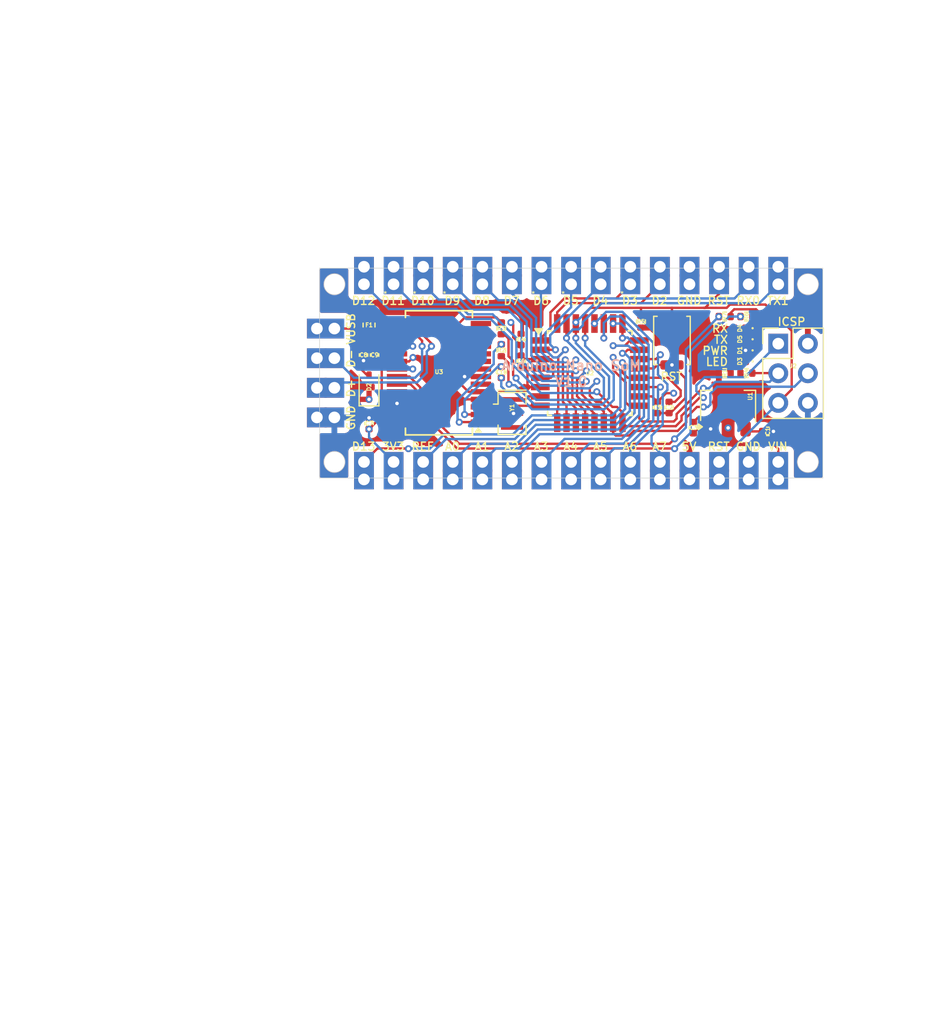
<source format=kicad_pcb>
(kicad_pcb (version 20240108) (generator "pcbnew") (generator_version "8.0")
  (layers (0 "F.Cu" signal) (1 "In1.Cu" signal) (2 "In2.Cu" signal) (31 "B.Cu" signal) (34 "B.Paste" user) (35 "F.Paste" user) (36 "B.SilkS" user "B.Silkscreen") (37 "F.SilkS" user "F.Silkscreen") (38 "B.Mask" user) (39 "F.Mask" user) (44 "Edge.Cuts" user))
  (net 0 "")
  (net 1 "/AREF")
  (net 2 "GND")
  (net 3 "+3.3V")
  (net 4 "VCC")
  (net 5 "Net-(U3-DTR)")
  (net 6 "/RESET")
  (net 7 "VBUS")
  (net 8 "/D11{slash}MOSI")
  (net 9 "/D13{slash}SCK")
  (net 10 "/D12{slash}MISO")
  (net 11 "/D+")
  (net 12 "/D-")
  (net 13 "/D8")
  (net 14 "/D0{slash}RX")
  (net 15 "/D2")
  (net 16 "/D1{slash}TX")
  (net 17 "/D9")
  (net 18 "/D3")
  (net 19 "/D7")
  (net 20 "/D4")
  (net 21 "/D5")
  (net 22 "/D10")
  (net 23 "/D6")
  (net 24 "+5V")
  (net 25 "/A6")
  (net 26 "/A0")
  (net 27 "/A1")
  (net 28 "/A2")
  (net 29 "/A5")
  (net 30 "/A3")
  (net 31 "/A7")
  (net 32 "/A4")
  (net 33 "/RX")
  (net 34 "/TX")
  (net 35 "Net-(U2-XTAL1{slash}PB6)")
  (net 36 "Net-(U2-XTAL2{slash}PB7)")
  (net 48 "Net-(D1-A)")
  (net 49 "Net-(D3-A)")
  (net 50 "Net-(D4-K)")
  (net 51 "Net-(D5-K)")
  (net 52 "Net-(J1-Pin_4)")
  (net 53 "Net-(U3-CBUS0)")
  (net 54 "Net-(U3-CBUS1)")
  (footprint "Connector_PinHeader_2.54mm_Castellated:PinHeader_1x15_P2.54mm_Castellated" (layer "F.Cu") (at 164.375 116.62 -90)
    (property "Reference" "J4" (hide yes))
    (property "Value" "Conn_01x15")
  )
  (footprint "Capacitor_SMD:C_0402_1005Metric" (layer "F.Cu") (at 129.25 113.321875 -90)
    (property "Reference" "C7")
    (property "Value" "100nF")
  )
  (footprint "Resistor_SMD:R_0402_1005Metric" (layer "F.Cu") (at 159.78 104.15)
    (property "Reference" "R7")
    (property "Value" "1K")
  )
  (footprint "NanoV33:FRAME" (layer "F.Cu") (at 125.025178 117.776125)
    (property "Reference" "FRAME1" (hide yes))
    (property "Value" "DNP" (hide yes))
  )
  (footprint "Button_Switch_SMD:SW_Push_SPST_NO_Alps_SKRK" (layer "F.Cu") (at 155.25 106.2 90)
    (property "Reference" "SW1" (hide yes))
    (property "Value" "RESET")
  )
  (footprint "Connector_PinHeader_2.54mm:PinHeader_2x03_P2.54mm_Vertical" (layer "F.Cu") (at 164.375 106.475)
    (property "Reference" "J2")
    (property "Value" "Conn_02x03_Odd_Even")
  )
  (footprint "Crystal:Resonator_SMD_Murata_CSTxExxV-3Pin_3.0x1.1mm" (layer "F.Cu") (at 141.524999 112.46 -90)
    (property "Reference" "Y1")
    (property "Value" "16MHz")
  )
  (footprint "Resistor_SMD:R_0402_1005Metric" (layer "F.Cu") (at 161.64 109 180)
    (property "Reference" "R4")
    (property "Value" "1K")
  )
  (footprint "Resistor_SMD:R_0402_1005Metric" (layer "F.Cu") (at 159.78 109 180)
    (property "Reference" "R1")
    (property "Value" "1K")
  )
  (footprint "Capacitor_SMD:C_0402_1005Metric" (layer "F.Cu") (at 129.725 107.45 -90)
    (property "Reference" "C9")
    (property "Value" "100nF")
  )
  (footprint "Capacitor_SMD:C_0402_1005Metric" (layer "F.Cu") (at 163.48 114)
    (property "Reference" "C1")
    (property "Value" "10uF")
  )
  (footprint "Capacitor_SMD:C_0402_1005Metric" (layer "F.Cu") (at 142.3 106.12 -90)
    (property "Reference" "C4")
    (property "Value" "1uF")
  )
  (footprint "Package_SO:SSOP-28_5.3x10.2mm_P0.65mm" (layer "F.Cu") (at 135.25 108.975 180)
    (property "Reference" "U3")
    (property "Value" "FT232RNL")
  )
  (footprint "Package_TO_SOT_SMD:SOT-89-3" (layer "F.Cu") (at 160.07 111.8375 90)
    (property "Reference" "U1")
    (property "Value" "AZ1117CR5")
  )
  (footprint "Connector_PinHeader_2.54mm_Castellated:PinHeader_1x04_P2.54mm_Castellated" (layer "F.Cu") (at 126.275 112.8 180)
    (property "Reference" "J1" (hide yes))
    (property "Value" "Conn_01x04")
  )
  (footprint "Resistor_SMD:R_0402_1005Metric" (layer "F.Cu") (at 140.6 107.04 90)
    (property "Reference" "R2")
    (property "Value" "1K")
  )
  (footprint "Capacitor_SMD:C_0402_1005Metric" (layer "F.Cu") (at 140.6 108.925 90)
    (property "Reference" "C10")
    (property "Value" "100nF")
  )
  (footprint "Diode_SMD:D_SOD-323" (layer "F.Cu") (at 129.25 110.2 90)
    (property "Reference" "D2")
    (property "Value" "B5818LWS-TP")
  )
  (footprint "Diode_SMD:D_0402_1005Metric" (layer "F.Cu") (at 161.0825 107.05 180)
    (property "Reference" "D1")
    (property "Value" "PWR")
  )
  (footprint "Diode_SMD:D_0402_1005Metric" (layer "F.Cu") (at 161.0825 105.15 180)
    (property "Reference" "D4")
    (property "Value" "Rx")
  )
  (footprint "Diode_SMD:D_0402_1005Metric" (layer "F.Cu") (at 161.0825 108 180)
    (property "Reference" "D3")
    (property "Value" "L")
  )
  (footprint "Resistor_SMD:R_0402_1005Metric" (layer "F.Cu") (at 152.59 104.59 -90)
    (property "Reference" "R5")
    (property "Value" "1K")
  )
  (footprint "Capacitor_SMD:C_0402_1005Metric" (layer "F.Cu") (at 142.3 107.975 90)
    (property "Reference" "C6")
    (property "Value" "1uF")
  )
  (footprint "Fuse:Fuse_0603_1608Metric" (layer "F.Cu") (at 129.25 104.878125 90)
    (property "Reference" "F1")
    (property "Value" "MFFSMF050")
  )
  (footprint "Capacitor_SMD:C_0402_1005Metric" (layer "F.Cu") (at 157.09 113.68 -90)
    (property "Reference" "C3")
    (property "Value" "22uF")
  )
  (footprint "Package_QFP:TQFP-32_7x7mm_P0.8mm" (layer "F.Cu") (at 148.2 109)
    (property "Reference" "U2")
    (property "Value" "ATmega328P-A")
  )
  (footprint "Capacitor_SMD:C_0402_1005Metric" (layer "F.Cu") (at 154 111.95 -90)
    (property "Reference" "C5")
    (property "Value" "4,7uF_16V")
  )
  (footprint "Capacitor_SMD:C_0402_1005Metric" (layer "F.Cu") (at 128.775 107.45 -90)
    (property "Reference" "C8")
    (property "Value" "4,7uF_16V")
  )
  (footprint "Capacitor_SMD:C_0402_1005Metric" (layer "F.Cu") (at 155 111.95 90)
    (property "Reference" "C2")
    (property "Value" "100nF")
  )
  (footprint "Diode_SMD:D_0402_1005Metric" (layer "F.Cu") (at 161.0825 106.1 180)
    (property "Reference" "D5")
    (property "Value" "Tx")
  )
  (footprint "Resistor_SMD:R_0402_1005Metric" (layer "F.Cu") (at 161.64 104.15)
    (property "Reference" "R6")
    (property "Value" "1K")
  )
  (footprint "Resistor_SMD:R_0402_1005Metric" (layer "F.Cu") (at 140.6 105.16 90)
    (property "Reference" "R3")
    (property "Value" "1K")
  )
  (footprint "Connector_PinHeader_2.54mm_Castellated:PinHeader_1x15_P2.54mm_Castellated" (layer "B.Cu") (at 164.375 101.38 90)
    (property "Reference" "J3" (hide yes))
    (property "Value" "Conn_01x15")
  )
  (gr_line (start 125 118) (end 168.2 118) (stroke (width 0.05)) (layer "Edge.Cuts"))
  (gr_line (start 168.2 100) (end 125 100) (stroke (width 0.05)) (layer "Edge.Cuts"))
  (gr_line (start 168.2 118) (end 168.2 100) (stroke (width 0.05)) (layer "Edge.Cuts"))
  (gr_circle (center 126.28 101.38) (end 127.18 101.38) (stroke (width 0.05)) (fill none) (layer "Edge.Cuts"))
  (gr_line (start 125 100) (end 125 118) (stroke (width 0.05)) (layer "Edge.Cuts"))
  (gr_circle (center 166.92 101.38) (end 167.82 101.38) (stroke (width 0.05)) (fill none) (layer "Edge.Cuts"))
  (gr_circle (center 166.92 116.62) (end 167.82 116.62) (stroke (width 0.05)) (fill none) (layer "Edge.Cuts"))
  (gr_circle (center 126.28 116.62) (end 127.18 116.62) (stroke (width 0.05)) (fill none) (layer "Edge.Cuts"))
  (gr_text "Arduino Nano SoM\nV1.0" (at 146.6 110.243306 0) (layer "B.SilkS") (effects (font (size 0.8636 0.8636) (thickness 0.1524)) (justify bottom)))
  (gr_text "D9" (at 135.646778 103.2 0) (layer "F.SilkS") (effects (font (size 0.69088 0.69088) (thickness 0.12192)) (justify left bottom)))
  (gr_text "RX0" (at 160.717787 103.2 0) (layer "F.SilkS") (effects (font (size 0.69088 0.69088) (thickness 0.12192)) (justify left bottom)))
  (gr_text "5V" (at 156.016126 115.7 0) (layer "F.SilkS") (effects (font (size 0.69088 0.69088) (thickness 0.12192)) (justify left bottom)))
  (gr_text "*" (at 143.135378 102.485325 0) (layer "F.SilkS") (effects (font (size 0.44704 0.44704) (thickness 0.06096)) (justify left bottom)))
  (gr_text "*" (at 135.515378 102.485325 0) (layer "F.SilkS") (effects (font (size 0.44704 0.44704) (thickness 0.06096)) (justify left bottom)))
  (gr_text "*" (at 145.700778 102.485325 0) (layer "F.SilkS") (effects (font (size 0.44704 0.44704) (thickness 0.06096)) (justify left bottom)))
  (gr_text "*" (at 130.435378 102.485325 0) (layer "F.SilkS") (effects (font (size 0.44704 0.44704) (thickness 0.06096)) (justify left bottom)))
  (gr_text "*" (at 132.949978 102.485325 0) (layer "F.SilkS") (effects (font (size 0.44704 0.44704) (thickness 0.06096)) (justify left bottom)))
  (gr_text "GND" (at 160.668439 115.7 0) (layer "F.SilkS") (effects (font (size 0.69088 0.69088) (thickness 0.12192)) (justify left bottom)))
  (gr_text "VUSB" (at 128.1 106.626204 90) (layer "F.SilkS") (effects (font (size 0.69088 0.69088) (thickness 0.12192)) (justify left bottom)))
  (gr_text "RX" (at 158.618005 105.588506 0) (layer "F.SilkS") (effects (font (size 0.69088 0.69088) (thickness 0.12192)) (justify left bottom)))
  (gr_text "*" (at 150.755378 102.485325 0) (layer "F.SilkS") (effects (font (size 0.44704 0.44704) (thickness 0.06096)) (justify left bottom)))
  (gr_text "ICSP" (at 164.25 105 0) (layer "F.SilkS") (effects (font (size 0.69088 0.69088) (thickness 0.12192)) (justify left bottom)))
  (gr_text "GND" (at 155.588439 103.2 0) (layer "F.SilkS") (effects (font (size 0.69088 0.69088) (thickness 0.12192)) (justify left bottom)))
  (gr_text "RST" (at 158.243585 103.2 0) (layer "F.SilkS") (effects (font (size 0.69088 0.69088) (thickness 0.12192)) (justify left bottom)))
  (gr_text "D11" (at 130.237787 103.2 0) (layer "F.SilkS") (effects (font (size 0.69088 0.69088) (thickness 0.12192)) (justify left bottom)))
  (gr_text "GND" (at 128.1 113.966562 90) (layer "F.SilkS") (effects (font (size 0.69088 0.69088) (thickness 0.12192)) (justify left bottom)))
  (gr_text "D7" (at 140.726778 103.2 0) (layer "F.SilkS") (effects (font (size 0.69088 0.69088) (thickness 0.12192)) (justify left bottom)))
  (gr_text "A1" (at 138.236126 115.7 0) (layer "F.SilkS") (effects (font (size 0.69088 0.69088) (thickness 0.12192)) (justify left bottom)))
  (gr_text "LED\n" (at 158.09162 108.438506 0) (layer "F.SilkS") (effects (font (size 0.69088 0.69088) (thickness 0.12192)) (justify left bottom)))
  (gr_text "D+\n" (at 128.1 111.14692 90) (layer "F.SilkS") (effects (font (size 0.69088 0.69088) (thickness 0.12192)) (justify left bottom)))
  (gr_text "REF" (at 132.827136 115.7 0) (layer "F.SilkS") (effects (font (size 0.69088 0.69088) (thickness 0.12192)) (justify left bottom)))
  (gr_text "D10" (at 132.777787 103.2 0) (layer "F.SilkS") (effects (font (size 0.69088 0.69088) (thickness 0.12192)) (justify left bottom)))
  (gr_text "3V3" (at 130.287136 115.7 0) (layer "F.SilkS") (effects (font (size 0.69088 0.69088) (thickness 0.12192)) (justify left bottom)))
  (gr_text "A2" (at 140.776126 115.7 0) (layer "F.SilkS") (effects (font (size 0.69088 0.69088) (thickness 0.12192)) (justify left bottom)))
  (gr_text "A5" (at 148.396126 115.7 0) (layer "F.SilkS") (effects (font (size 0.69088 0.69088) (thickness 0.12192)) (justify left bottom)))
  (gr_text "D13" (at 127.697787 115.7 0) (layer "F.SilkS") (effects (font (size 0.69088 0.69088) (thickness 0.12192)) (justify left bottom)))
  (gr_text "D3" (at 150.886778 103.2 0) (layer "F.SilkS") (effects (font (size 0.69088 0.69088) (thickness 0.12192)) (justify left bottom)))
  (gr_text "D6" (at 143.266778 103.2 0) (layer "F.SilkS") (effects (font (size 0.69088 0.69088) (thickness 0.12192)) (justify left bottom)))
  (gr_text "A7" (at 153.476126 115.7 0) (layer "F.SilkS") (effects (font (size 0.69088 0.69088) (thickness 0.12192)) (justify left bottom)))
  (gr_text "A0" (at 135.696126 115.7 0) (layer "F.SilkS") (effects (font (size 0.69088 0.69088) (thickness 0.12192)) (justify left bottom)))
  (gr_text "D8" (at 138.186778 103.2 0) (layer "F.SilkS") (effects (font (size 0.69088 0.69088) (thickness 0.12192)) (justify left bottom)))
  (gr_text "A6" (at 150.936126 115.7 0) (layer "F.SilkS") (effects (font (size 0.69088 0.69088) (thickness 0.12192)) (justify left bottom)))
  (gr_text "TX1" (at 163.340035 103.2 0) (layer "F.SilkS") (effects (font (size 0.69088 0.69088) (thickness 0.12192)) (justify left bottom)))
  (gr_text "D2" (at 153.426778 103.2 0) (layer "F.SilkS") (effects (font (size 0.69088 0.69088) (thickness 0.12192)) (justify left bottom)))
  (gr_text "D12" (at 127.697787 103.2 0) (layer "F.SilkS") (effects (font (size 0.69088 0.69088) (thickness 0.12192)) (justify left bottom)))
  (gr_text "D5" (at 145.806778 103.2 0) (layer "F.SilkS") (effects (font (size 0.69088 0.69088) (thickness 0.12192)) (justify left bottom)))
  (gr_text "RST" (at 154.198585 109.7 0) (layer "F.SilkS") (effects (font (size 0.69088 0.69088) (thickness 0.12192)) (justify left bottom)))
  (gr_text "A4" (at 145.856126 115.7 0) (layer "F.SilkS") (effects (font (size 0.69088 0.69088) (thickness 0.12192)) (justify left bottom)))
  (gr_text "PWR" (at 157.795529 107.488506 0) (layer "F.SilkS") (effects (font (size 0.69088 0.69088) (thickness 0.12192)) (justify left bottom)))
  (gr_text "D-" (at 128.1 108.60692 90) (layer "F.SilkS") (effects (font (size 0.69088 0.69088) (thickness 0.12192)) (justify left bottom)))
  (gr_text "VIN" (at 163.438732 115.7 0) (layer "F.SilkS") (effects (font (size 0.69088 0.69088) (thickness 0.12192)) (justify left bottom)))
  (gr_text "TX" (at 158.7825 106.538506 0) (layer "F.SilkS") (effects (font (size 0.69088 0.69088) (thickness 0.12192)) (justify left bottom)))
  (gr_text "D4" (at 148.346778 103.2 0) (layer "F.SilkS") (effects (font (size 0.69088 0.69088) (thickness 0.12192)) (justify left bottom)))
  (gr_text "A3" (at 143.316126 115.7 0) (layer "F.SilkS") (effects (font (size 0.69088 0.69088) (thickness 0.12192)) (justify left bottom)))
  (gr_text "RST" (at 158.243585 115.7 0) (layer "F.SilkS") (effects (font (size 0.69088 0.69088) (thickness 0.12192)) (justify left bottom)))
  (segment (start 155.996826 110.974005) (end 155.996826 110.474297) (width 0.2) (layer "F.Cu") (net 1))
  (segment (start 151 108.103203) (end 151 108.95) (width 0.2) (layer "F.Cu") (net 1))
  (segment (start 151.45 109.4) (end 152.45 109.4) (width 0.2) (layer "F.Cu") (net 1))
  (segment (start 155 111.47) (end 155.500831 111.47) (width 0.2) (layer "F.Cu") (net 1))
  (segment (start 155.996826 110.474297) (end 154.922529 109.4) (width 0.2) (layer "F.Cu") (net 1))
  (segment (start 154.922529 109.4) (end 152.45 109.4) (width 0.2) (layer "F.Cu") (net 1))
  (segment (start 151 108.95) (end 151.45 109.4) (width 0.2) (layer "F.Cu") (net 1))
  (segment (start 155.500831 111.47) (end 155.996826 110.974005) (width 0.2) (layer "F.Cu") (net 1))
  (via (at 151 108.103203) (size 0.6) (drill 0.3) (layers "F.Cu" "B.Cu") (net 1))
  (segment (start 151.2308 112.07773) (end 150.27773 113.0308) (width 0.2) (layer "B.Cu") (net 1))
  (segment (start 135.8546 114.6604) (end 133.895 116.62) (width 0.2) (layer "B.Cu") (net 1))
  (segment (start 151 108.103203) (end 151.2308 108.334003) (width 0.2) (layer "B.Cu") (net 1))
  (segment (start 150.27773 113.0308) (end 143.393569 113.0308) (width 0.2) (layer "B.Cu") (net 1))
  (segment (start 141.763969 114.6604) (end 135.8546 114.6604) (width 0.2) (layer "B.Cu") (net 1))
  (segment (start 143.393569 113.0308) (end 141.763969 114.6604) (width 0.2) (layer "B.Cu") (net 1))
  (segment (start 151.2308 108.334003) (end 151.2308 112.07773) (width 0.2) (layer "B.Cu") (net 1))
  (segment (start 129.55 107.93) (end 129.575 107.93) (width 0.2) (layer "F.Cu") (net 2))
  (segment (start 157.4625 113.7875) (end 157.09 114.16) (width 0.2) (layer "F.Cu") (net 2))
  (segment (start 152.45 108.6) (end 153.7 108.6) (width 0.2) (layer "F.Cu") (net 2))
  (segment (start 153.7 108.6) (end 154 108.3) (width 0.2) (layer "F.Cu") (net 2))
  (segment (start 154 112.43) (end 154.9468 112.43) (width 0.2) (layer "F.Cu") (net 2))
  (segment (start 145.0532 108.0218) (end 145.0532 109.1968) (width 0.2) (layer "F.Cu") (net 2))
  (segment (start 145.0532 109.1968) (end 144.85 109.4) (width 0.2) (layer "F.Cu") (net 2))
  (segment (start 142.3 106.6) (end 142.3 107.495) (width 0.2) (layer "F.Cu") (net 2))
  (segment (start 155 112.43) (end 155.111042 112.43) (width 0.2) (layer "F.Cu") (net 2))
  (segment (start 131.65 111.25) (end 131.65 111.6) (width 0.2) (layer "F.Cu") (net 2))
  (segment (start 141.6264 104.85932) (end 141.6264 105.9264) (width 0.2) (layer "F.Cu") (net 2))
  (segment (start 161.5675 107.05) (end 161.5675 108) (width 0.2) (layer "F.Cu") (net 2))
  (segment (start 131.65 106.7) (end 133 106.7) (width 0.2) (layer "F.Cu") (net 2))
  (segment (start 128.775 107.93) (end 129.725 107.93) (width 0.2) (layer "F.Cu") (net 2))
  (segment (start 154 108.3) (end 155.25 108.3) (width 0.2) (layer "F.Cu") (net 2))
  (segment (start 144.8314 107.8) (end 145.0532 108.0218) (width 0.2) (layer "F.Cu") (net 2))
  (segment (start 141.423199 104.656119) (end 141.6264 104.85932) (width 0.2) (layer "F.Cu") (net 2))
  (segment (start 140.66 112.46) (end 141.65 112.46) (width 0.2) (layer "F.Cu") (net 2))
  (segment (start 155.111042 112.43) (end 156.4 111.141042) (width 0.2) (layer "F.Cu") (net 2))
  (segment (start 144.85 109.4) (end 143.95 109.4) (width 0.2) (layer "F.Cu") (net 2))
  (segment (start 156.4 111.141042) (end 156.4 109.45) (width 0.2) (layer "F.Cu") (net 2))
  (segment (start 131.65 111.6) (end 131.65 111.9) (width 0.2) (layer "F.Cu") (net 2))
  (segment (start 138.85 109.3) (end 137.45 109.3) (width 0.2) (layer "F.Cu") (net 2))
  (segment (start 143.95 107.8) (end 144.8314 107.8) (width 0.2) (layer "F.Cu") (net 2))
  (segment (start 158.57 113.7875) (end 157.4625 113.7875) (width 0.2) (layer "F.Cu") (net 2))
  (segment (start 129.575 107.93) (end 129.575 108) (width 0.2) (layer "F.Cu") (net 2))
  (segment (start 141.6264 105.9264) (end 142.3 106.6) (width 0.2) (layer "F.Cu") (net 2))
  (segment (start 131.65 108.65) (end 133 108.65) (width 0.2) (layer "F.Cu") (net 2))
  (segment (start 142.605 107.8) (end 142.3 107.495) (width 0.2) (layer "F.Cu") (net 2))
  (segment (start 156.4 109.45) (end 155.25 108.3) (width 0.2) (layer "F.Cu") (net 2))
  (segment (start 143.95 107.8) (end 142.605 107.8) (width 0.2) (layer "F.Cu") (net 2))
  (via (at 131.65 111.6) (size 0.6) (drill 0.3) (layers "F.Cu" "B.Cu") (net 2))
  (via (at 128.775 107.93) (size 0.6) (drill 0.3) (layers "F.Cu" "B.Cu") (net 2))
  (via (at 137.45 109.3) (size 0.6) (drill 0.3) (layers "F.Cu" "B.Cu") (net 2))
  (via (at 158.57 113.7875) (size 0.6) (drill 0.3) (layers "F.Cu" "B.Cu") (net 2))
  (via (at 129.25 112.841875) (size 0.6) (drill 0.3) (layers "F.Cu" "B.Cu") (net 2))
  (via (at 163.96 114) (size 0.6) (drill 0.3) (layers "F.Cu" "B.Cu") (net 2))
  (via (at 133 106.7) (size 0.6) (drill 0.3) (layers "F.Cu" "B.Cu") (net 2))
  (via (at 133 108.65) (size 0.6) (drill 0.3) (layers "F.Cu" "B.Cu") (net 2))
  (via (at 141.423199 104.656119) (size 0.6) (drill 0.3) (layers "F.Cu" "B.Cu") (net 2))
  (via (at 161.5675 107.05) (size 0.6) (drill 0.3) (layers "F.Cu" "B.Cu") (net 2))
  (via (at 141.65 112.46) (size 0.6) (drill 0.3) (layers "F.Cu" "B.Cu") (net 2))
  (via (at 155.25 108.3) (size 0.6) (drill 0.3) (layers "F.Cu" "B.Cu") (net 2))
  (segment (start 130.3382 106.4118) (end 130.3382 112.713675) (width 0.2) (layer "F.Cu") (net 3))
  (segment (start 130.7 106.05) (end 130.3382 106.4118) (width 0.2) (layer "F.Cu") (net 3))
  (segment (start 131.65 106.05) (end 130.7 106.05) (width 0.2) (layer "F.Cu") (net 3))
  (segment (start 130.3382 112.713675) (end 129.25 113.801875) (width 0.2) (layer "F.Cu") (net 3))
  (via (at 129.25 113.801875) (size 0.6) (drill 0.3) (layers "F.Cu" "B.Cu") (net 3))
  (segment (start 129.25 114.515) (end 131.355 116.62) (width 0.2) (layer "B.Cu") (net 3))
  (segment (start 129.25 113.801875) (end 129.25 114.515) (width 0.2) (layer "B.Cu") (net 3))
  (segment (start 163 114) (end 163 114.13) (width 0.2) (layer "F.Cu") (net 4))
  (segment (start 164.375 115.505) (end 164.375 116.62) (width 0.2) (layer "F.Cu") (net 4))
  (segment (start 163 114) (end 161.7825 114) (width 0.2) (layer "F.Cu") (net 4))
  (segment (start 163 114.13) (end 164.375 115.505) (width 0.2) (layer "F.Cu") (net 4))
  (segment (start 161.7825 114) (end 161.57 113.7875) (width 0.2) (layer "F.Cu") (net 4))
  (segment (start 138.85 112.55) (end 137.45 112.55) (width 0.2) (layer "F.Cu") (net 5))
  (via (at 137.45 112.55) (size 0.6) (drill 0.3) (layers "F.Cu" "B.Cu") (net 5))
  (via (at 140.6 108.445) (size 0.6) (drill 0.3) (layers "F.Cu" "B.Cu") (net 5))
  (segment (start 137.45 111.3) (end 140.305 108.445) (width 0.2) (layer "B.Cu") (net 5))
  (segment (start 137.45 112.55) (end 137.45 111.3) (width 0.2) (layer "B.Cu") (net 5))
  (segment (start 140.305 108.445) (end 140.6 108.445) (width 0.2) (layer "B.Cu") (net 5))
  (segment (start 158.0968 103.4032) (end 159.295 102.205) (width 0.2) (layer "F.Cu") (net 6))
  (segment (start 158 103.4032) (end 158.0968 103.4032) (width 0.2) (layer "F.Cu") (net 6))
  (segment (start 160.2264 103.1236) (end 159.9468 103.4032) (width 0.2) (layer "F.Cu") (net 6))
  (segment (start 163.2736 103.1236) (end 160.2264 103.1236) (width 0.2) (layer "F.Cu") (net 6))
  (segment (start 147.8 103.8686) (end 148.2654 103.4032) (width 0.2) (layer "F.Cu") (net 6))
  (segment (start 165.5282 110.4018) (end 165.5282 105.3782) (width 0.2) (layer "F.Cu") (net 6))
  (segment (start 152.59 103.4132) (end 152.58 103.4032) (width 0.2) (layer "F.Cu") (net 6))
  (segment (start 165.5282 105.3782) (end 163.2736 103.1236) (width 0.2) (layer "F.Cu") (net 6))
  (segment (start 147.8 104.75) (end 147.8 103.8686) (width 0.2) (layer "F.Cu") (net 6))
  (segment (start 164.375 111.555) (end 165.5282 110.4018) (width 0.2) (layer "F.Cu") (net 6))
  (segment (start 148.2654 103.4032) (end 152.58 103.4032) (width 0.2) (layer "F.Cu") (net 6))
  (segment (start 147.8 106) (end 147.8 104.75) (width 0.2) (layer "F.Cu") (net 6))
  (segment (start 159.295 102.205) (end 159.295 101.38) (width 0.2) (layer "F.Cu") (net 6))
  (segment (start 152.59 104.08) (end 152.59 103.4132) (width 0.2) (layer "F.Cu") (net 6))
  (segment (start 152.58 103.4032) (end 155.25 103.4032) (width 0.2) (layer "F.Cu") (net 6))
  (segment (start 155.25 103.4032) (end 158 103.4032) (width 0.2) (layer "F.Cu") (net 6))
  (segment (start 155.25 104.1) (end 155.25 103.4032) (width 0.2) (layer "F.Cu") (net 6))
  (segment (start 159.9468 103.4032) (end 158 103.4032) (width 0.2) (layer "F.Cu") (net 6))
  (via (at 147.8 106) (size 0.6) (drill 0.3) (layers "F.Cu" "B.Cu") (net 6))
  (via (at 140.6 109.405) (size 0.6) (drill 0.3) (layers "F.Cu" "B.Cu") (net 6))
  (segment (start 141.016564 110.560266) (end 141.710266 110.560266) (width 0.2) (layer "B.Cu") (net 6))
  (segment (start 150.2532 111.2968) (end 150.2532 109.112779) (width 0.2) (layer "B.Cu") (net 6))
  (segment (start 141.710266 110.560266) (end 143.25 112.1) (width 0.2) (layer "B.Cu") (net 6))
  (segment (start 143.25 112.1) (end 149.45 112.1) (width 0.2) (layer "B.Cu") (net 6))
  (segment (start 150.2532 109.112779) (end 147.8 106.659579) (width 0.2) (layer "B.Cu") (net 6))
  (segment (start 147.8 106.659579) (end 147.8 106) (width 0.2) (layer "B.Cu") (net 6))
  (segment (start 149.45 112.1) (end 150.2532 111.2968) (width 0.2) (layer "B.Cu") (net 6))
  (segment (start 159.31 116.62) (end 164.375 111.555) (width 0.2) (layer "B.Cu") (net 6))
  (segment (start 140.6 110.143702) (end 141.016564 110.560266) (width 0.2) (layer "B.Cu") (net 6))
  (segment (start 140.6 109.405) (end 140.6 110.143702) (width 0.2) (layer "B.Cu") (net 6))
  (segment (start 159.295 116.62) (end 159.31 116.62) (width 0.2) (layer "B.Cu") (net 6))
  (segment (start 129.25 105.665625) (end 129.25 106.495) (width 0.2) (layer "F.Cu") (net 7))
  (segment (start 129.25 106.495) (end 129.725 106.97) (width 0.2) (layer "F.Cu") (net 7))
  (segment (start 128.1618 107.5832) (end 128.1618 108.25746) (width 0.2) (layer "F.Cu") (net 7))
  (segment (start 128.1618 108.25746) (end 129.05434 109.15) (width 0.2) (layer "F.Cu") (net 7))
  (segment (start 128.775 106.97) (end 128.1618 107.5832) (width 0.2) (layer "F.Cu") (net 7))
  (segment (start 129.05434 109.15) (end 129.25 109.15) (width 0.2) (layer "F.Cu") (net 7))
  (segment (start 128.775 106.97) (end 129.725 106.97) (width 0.2) (layer "F.Cu") (net 7))
  (segment (start 150.4218 114.3532) (end 151.5782 114.3532) (width 0.2) (layer "F.Cu") (net 8))
  (segment (start 148.1968 110.3032) (end 148.1968 110.9372) (width 0.2) (layer "F.Cu") (net 8))
  (segment (start 148.8 109.7) (end 148.1968 110.3032) (width 0.2) (layer "F.Cu") (net 8))
  (segment (start 148.5596 111.300001) (end 148.7298 111.470201) (width 0.2) (layer "F.Cu") (net 8))
  (segment (start 151.975 113.9564) (end 155.7436 113.9564) (width 0.2) (layer "F.Cu") (net 8))
  (segment (start 150.2 114.1314) (end 150.4218 114.3532) (width 0.2) (layer "F.Cu") (net 8))
  (segment (start 148.7298 111.470201) (end 149.140412 111.470201) (width 0.2) (layer "F.Cu") (net 8))
  (segment (start 150.2 113.25) (end 150.2 114.1314) (width 0.2) (layer "F.Cu") (net 8))
  (segment (start 149.5 111.82979) (end 149.97341 112.3032) (width 0.2) (layer "F.Cu") (net 8))
  (segment (start 148.1968 110.9372) (end 148.5596 111.3) (width 0.2) (layer "F.Cu") (net 8))
  (segment (start 150.2 112.5) (end 150.2 113.25) (width 0.2) (layer "F.Cu") (net 8))
  (segment (start 149.5 111.829789) (end 149.5 111.82979) (width 0.2) (layer "F.Cu") (net 8))
  (segment (start 157.4 111.9) (end 157.946168 111.9) (width 0.2) (layer "F.Cu") (net 8))
  (segment (start 148.5596 111.3) (end 148.5596 111.300001) (width 0.2) (layer "F.Cu") (net 8))
  (segment (start 157.946168 111.9) (end 157.952552 111.906384) (width 0.2) (layer "F.Cu") (net 8))
  (segment (start 155.7436 113.9564) (end 156.4768 113.2232) (width 0.2) (layer "F.Cu") (net 8))
  (segment (start 151.5782 114.3532) (end 151.975 113.9564) (width 0.2) (layer "F.Cu") (net 8))
  (segment (start 149.97341 112.3032) (end 150.0032 112.3032) (width 0.2) (layer "F.Cu") (net 8))
  (segment (start 149.140412 111.470201) (end 149.5 111.829789) (width 0.2) (layer "F.Cu") (net 8))
  (segment (start 156.4768 112.8232) (end 157.4 111.9) (width 0.2) (layer "F.Cu") (net 8))
  (segment (start 150.0032 112.3032) (end 150.2 112.5) (width 0.2) (layer "F.Cu") (net 8))
  (segment (start 156.4768 113.2232) (end 156.4768 112.8232) (width 0.2) (layer "F.Cu") (net 8))
  (via (at 157.952552 111.906384) (size 0.6) (drill 0.3) (layers "F.Cu" "B.Cu") (net 8))
  (via (at 148.8 109.7) (size 0.6) (drill 0.3) (layers "F.Cu" "B.Cu") (net 8))
  (segment (start 131.38 101.38) (end 131.355 101.38) (width 0.2) (layer "B.Cu") (net 8))
  (segment (start 141.9 106) (end 139.8596 103.9596) (width 0.2) (layer "B.Cu") (net 8))
  (segment (start 143.94497 110.079033) (end 141.9 108.034063) (width 0.2) (layer "B.Cu") (net 8))
  (segment (start 148.8 109.7) (end 148.193746 110.306254) (width 0.2) (layer "B.Cu") (net 8))
  (segment (start 139.8596 103.9596) (end 137.7596 103.9596) (width 0.2) (layer "B.Cu") (net 8))
  (segment (start 141.9 108.034063) (end 141.9 106) (width 0.2) (layer "B.Cu") (net 8))
  (segment (start 137.7596 103.9596) (end 136.9032 103.1032) (width 0.2) (layer "B.Cu") (net 8))
  (segment (start 165.7618 110.1682) (end 166.915 109.015) (width 0.2) (layer "B.Cu") (net 8))
  (segment (start 158.55 111.699854) (end 158.55 110.75) (width 0.2) (layer "B.Cu") (net 8))
  (segment (start 136.9032 103.1032) (end 133.1032 103.1032) (width 0.2) (layer "B.Cu") (net 8))
  (segment (start 146.412778 110.306254) (end 146.185557 110.079033) (width 0.2) (layer "B.Cu") (net 8))
  (segment (start 159.1318 110.1682) (end 165.7618 110.1682) (width 0.2) (layer "B.Cu") (net 8))
  (segment (start 148.193746 110.306254) (end 146.412778 110.306254) (width 0.2) (layer "B.Cu") (net 8))
  (segment (start 146.185557 110.079033) (end 143.94497 110.079033) (width 0.2) (layer "B.Cu") (net 8))
  (segment (start 158.34347 111.906384) (end 158.55 111.699854) (width 0.2) (layer "B.Cu") (net 8))
  (segment (start 158.55 110.75) (end 159.1318 110.1682) (width 0.2) (layer "B.Cu") (net 8))
  (segment (start 157.952552 111.906384) (end 158.34347 111.906384) (width 0.2) (layer "B.Cu") (net 8))
  (segment (start 133.1032 103.1032) (end 131.38 101.38) (width 0.2) (layer "B.Cu") (net 8))
  (segment (start 157.950013 110.3) (end 157.85958 110.3) (width 0.2) (layer "F.Cu") (net 9))
  (segment (start 155.65 112.50958) (end 155.65 112.90958) (width 0.2) (layer "F.Cu") (net 9))
  (segment (start 151.276589 109.796799) (end 150.2 108.72021) (width 0.2) (layer "F.Cu") (net 9))
  (segment (start 129.9682 115.4668) (end 128.815 116.62) (width 0.2) (layer "F.Cu") (net 9))
  (segment (start 152.45 112.9) (end 152.45 111.8) (width 0.2) (layer "F.Cu") (net 9))
  (segment (start 152.7 113.15) (end 152.45 112.9) (width 0.2) (layer "F.Cu") (net 9))
  (segment (start 152.45 111.8) (end 151.5686 111.8) (width 0.2) (layer "F.Cu") (net 9))
  (segment (start 164.36 109) (end 164.375 109.015) (width 0.2) (layer "F.Cu") (net 9))
  (segment (start 150.2 108.72021) (end 150.2 107.65) (width 0.2) (layer "F.Cu") (net 9))
  (segment (start 132.629576 115.486039) (end 132.610337 115.4668) (width 0.2) (layer "F.Cu") (net 9))
  (segment (start 151.5686 111.8) (end 151.276589 111.507989) (width 0.2) (layer "F.Cu") (net 9))
  (segment (start 155.40958 113.15) (end 152.7 113.15) (width 0.2) (layer "F.Cu") (net 9))
  (segment (start 157.85958 110.3) (end 155.65 112.50958) (width 0.2) (layer "F.Cu") (net 9))
  (segment (start 162.15 109) (end 164.36 109) (width 0.2) (layer "F.Cu") (net 9))
  (segment (start 132.610337 115.4668) (end 129.9682 115.4668) (width 0.2) (layer "F.Cu") (net 9))
  (segment (start 155.65 112.90958) (end 155.40958 113.15) (width 0.2) (layer "F.Cu") (net 9))
  (segment (start 151.276589 111.507989) (end 151.276589 109.796799) (width 0.2) (layer "F.Cu") (net 9))
  (via (at 132.629576 115.486039) (size 0.6) (drill 0.3) (layers "F.Cu" "B.Cu") (net 9))
  (via (at 150.2 107.65) (size 0.6) (drill 0.3) (layers "F.Cu" "B.Cu") (net 9))
  (via (at 157.950013 110.3) (size 0.6) (drill 0.3) (layers "F.Cu" "B.Cu") (net 9))
  (segment (start 150.8276 108.783857) (end 150.2 108.156257) (width 0.2) (layer "B.Cu") (net 9))
  (segment (start 158.97979 109.75) (end 163.64 109.75) (width 0.2) (layer "B.Cu") (net 9))
  (segment (start 132.629576 115.486039) (end 132.648815 115.4668) (width 0.2) (layer "B.Cu") (net 9))
  (segment (start 150.11072 112.6276) (end 150.8276 111.91072) (width 0.2) (layer "B.Cu") (net 9))
  (segment (start 143.226559 112.6276) (end 150.11072 112.6276) (width 0.2) (layer "B.Cu") (net 9))
  (segment (start 135.68759 114.2572) (end 141.596959 114.2572) (width 0.2) (layer "B.Cu") (net 9))
  (segment (start 134.47799 115.4668) (end 135.68759 114.2572) (width 0.2) (layer "B.Cu") (net 9))
  (segment (start 132.648815 115.4668) (end 134.47799 115.4668) (width 0.2) (layer "B.Cu") (net 9))
  (segment (start 158.42979 110.3) (end 158.97979 109.75) (width 0.2) (layer "B.Cu") (net 9))
  (segment (start 163.64 109.75) (end 164.375 109.015) (width 0.2) (layer "B.Cu") (net 9))
  (segment (start 157.950013 110.3) (end 158.42979 110.3) (width 0.2) (layer "B.Cu") (net 9))
  (segment (start 150.2 108.156257) (end 150.2 107.65) (width 0.2) (layer "B.Cu") (net 9))
  (segment (start 128.6468 116.4518) (end 128.815 116.62) (width 0.2) (layer "B.Cu") (net 9))
  (segment (start 141.596959 114.2572) (end 143.226559 112.6276) (width 0.2) (layer "B.Cu") (net 9))
  (segment (start 150.8276 111.91072) (end 150.8276 108.783857) (width 0.2) (layer "B.Cu") (net 9))
  (segment (start 150.14042 111.9) (end 150.5314 111.9) (width 0.2) (layer "F.Cu") (net 10))
  (segment (start 151.3032 113.5532) (end 151 113.25) (width 0.2) (layer "F.Cu") (net 10))
  (segment (start 157.9468 111.103202) (end 157.626588 111.103202) (width 0.2) (layer "F.Cu") (net 10))
  (segment (start 148.8 110.6) (end 148.84042 110.6) (width 0.2) (layer "F.Cu") (net 10))
  (segment (start 156.0736 112.65619) (end 156.0736 113.05619) (width 0.2) (layer "F.Cu") (net 10))
  (segment (start 155.57659 113.5532) (end 151.3032 113.5532) (width 0.2) (layer "F.Cu") (net 10))
  (segment (start 156.0736 113.05619) (end 155.57659 113.5532) (width 0.2) (layer "F.Cu") (net 10))
  (segment (start 151 112.3686) (end 151 113.25) (width 0.2) (layer "F.Cu") (net 10))
  (segment (start 157.626588 111.103202) (end 156.0736 112.65619) (width 0.2) (layer "F.Cu") (net 10))
  (segment (start 148.84042 110.6) (end 150.14042 111.9) (width 0.2) (layer "F.Cu") (net 10))
  (segment (start 150.5314 111.9) (end 151 112.3686) (width 0.2) (layer "F.Cu") (net 10))
  (via (at 148.8 110.6) (size 0.6) (drill 0.3) (layers "F.Cu" "B.Cu") (net 10))
  (via (at 157.9468 111.103202) (size 0.6) (drill 0.3) (layers "F.Cu" "B.Cu") (net 10))
  (segment (start 128.815 101.38) (end 130.9414 103.5064) (width 0.2) (layer "B.Cu") (net 10))
  (segment (start 157.9468 111.103202) (end 157.900161 111.103202) (width 0.2) (layer "B.Cu") (net 10))
  (segment (start 157.900161 111.103202) (end 157.346813 110.549854) (width 0.2) (layer "B.Cu") (net 10))
  (segment (start 157.346813 110.050146) (end 158.050159 109.3468) (width 0.2) (layer "B.Cu") (net 10))
  (segment (start 158.050159 109.3468) (end 161.5032 109.3468) (width 0.2) (layer "B.Cu") (net 10))
  (segment (start 136.73619 103.5064) (end 137.3564 104.126611) (width 0.2) (layer "B.Cu") (net 10))
  (segment (start 161.5032 109.3468) (end 164.375 106.475) (width 0.2) (layer "B.Cu") (net 10))
  (segment (start 130.9414 103.5064) (end 136.73619 103.5064) (width 0.2) (layer "B.Cu") (net 10))
  (segment (start 148.690546 110.709454) (end 148.8 110.6) (width 0.2) (layer "B.Cu") (net 10))
  (segment (start 157.346813 110.549854) (end 157.346813 110.050146) (width 0.2) (layer "B.Cu") (net 10))
  (segment (start 144.00518 110.709454) (end 148.690546 110.709454) (width 0.2) (layer "B.Cu") (net 10))
  (segment (start 141.4968 108.201074) (end 144.00518 110.709454) (width 0.2) (layer "B.Cu") (net 10))
  (segment (start 139.69259 104.3628) (end 141.4968 106.16701) (width 0.2) (layer "B.Cu") (net 10))
  (segment (start 141.4968 106.16701) (end 141.4968 108.201074) (width 0.2) (layer "B.Cu") (net 10))
  (segment (start 137.3564 104.126611) (end 137.592589 104.3628) (width 0.2) (layer "B.Cu") (net 10))
  (segment (start 137.592589 104.3628) (end 139.69259 104.3628) (width 0.2) (layer "B.Cu") (net 10))
  (segment (start 134.606406 106.456406) (end 132.9 104.75) (width 0.2) (layer "F.Cu") (net 11))
  (segment (start 132.9 104.75) (end 131.65 104.75) (width 0.2) (layer "F.Cu") (net 11))
  (segment (start 134.606406 106.7) (end 134.606406 106.456406) (width 0.2) (layer "F.Cu") (net 11))
  (via (at 134.606406 106.7) (size 0.6) (drill 0.3) (layers "F.Cu" "B.Cu") (net 11))
  (segment (start 134.406403 106.900003) (end 134.406403 106.949854) (width 0.2) (layer "B.Cu") (net 11))
  (segment (start 134.206403 107.149854) (end 134.206403 108.963807) (width 0.2) (layer "B.Cu") (net 11))
  (segment (start 134.606406 106.7) (end 134.406403 106.900003) (width 0.2) (layer "B.Cu") (net 11))
  (segment (start 134.206403 108.963807) (end 133.36701 109.8032) (width 0.2) (layer "B.Cu") (net 11))
  (segment (start 133.36701 109.8032) (end 126.7318 109.8032) (width 0.2) (layer "B.Cu") (net 11))
  (segment (start 134.406403 106.949854) (end 134.206403 107.149854) (width 0.2) (layer "B.Cu") (net 11))
  (segment (start 126.7318 109.8032) (end 126.275 110.26) (width 0.2) (layer "B.Cu") (net 11))
  (segment (start 133.803203 106.223413) (end 132.97979 105.4) (width 0.2) (layer "F.Cu") (net 12))
  (segment (start 132.97979 105.4) (end 131.65 105.4) (width 0.2) (layer "F.Cu") (net 12))
  (segment (start 133.803203 106.7) (end 133.803203 106.223413) (width 0.2) (layer "F.Cu") (net 12))
  (via (at 133.803203 106.7) (size 0.6) (drill 0.3) (layers "F.Cu" "B.Cu") (net 12))
  (segment (start 133.2 109.4) (end 127.955 109.4) (width 0.2) (layer "B.Cu") (net 12))
  (segment (start 127.955 109.4) (end 126.275 107.72) (width 0.2) (layer "B.Cu") (net 12))
  (segment (start 133.803203 108.796797) (end 133.2 109.4) (width 0.2) (layer "B.Cu") (net 12))
  (segment (start 133.803203 106.7) (end 133.803203 108.796797) (width 0.2) (layer "B.Cu") (net 12))
  (segment (start 146.699475 108.962741) (end 146.699475 111.150507) (width 0.2) (layer "F.Cu") (net 13))
  (segment (start 146.699475 111.150507) (end 147.8 112.251032) (width 0.2) (layer "F.Cu") (net 13))
  (segment (start 147.8 112.251032) (end 147.8 113.25) (width 0.2) (layer "F.Cu") (net 13))
  (segment (start 146.915164 108.747052) (end 146.699475 108.962741) (width 0.2) (layer "F.Cu") (net 13))
  (via (at 147 108.8) (size 0.6) (drill 0.3) (layers "F.Cu" "B.Cu") (net 13))
  (segment (start 138.98 101.38) (end 138.975 101.38) (width 0.2) (layer "B.Cu") (net 13))
  (segment (start 146.930567 108.869433) (end 144.555746 108.869433) (width 0.2) (layer "B.Cu") (net 13))
  (segment (start 141.510554 102.75) (end 140.35 102.75) (width 0.2) (layer "B.Cu") (net 13))
  (segment (start 144.555746 108.869433) (end 144.543156 108.856844) (width 0.2) (layer "B.Cu") (net 13))
  (segment (start 143.184 107.497687) (end 143.184 104.423446) (width 0.2) (layer "B.Cu") (net 13))
  (segment (start 140.35 102.75) (end 138.98 101.38) (width 0.2) (layer "B.Cu") (net 13))
  (segment (start 146.9 108.8) (end 146.830567 108.869433) (width 0.2) (layer "B.Cu") (net 13))
  (segment (start 143.184 104.423446) (end 141.510554 102.75) (width 0.2) (layer "B.Cu") (net 13))
  (segment (start 144.543156 108.856844) (end 143.184 107.497687) (width 0.2) (layer "B.Cu") (net 13))
  (segment (start 147 108.8) (end 146.930567 108.869433) (width 0.2) (layer "B.Cu") (net 13))
  (segment (start 141.2132 109.903848) (end 141.266418 109.957066) (width 0.2) (layer "F.Cu") (net 14))
  (segment (start 140.6 107.55) (end 140.64566 107.55) (width 0.2) (layer "F.Cu") (net 14))
  (segment (start 141.2132 108.11754) (end 141.2132 109.903848) (width 0.2) (layer "F.Cu") (net 14))
  (segment (start 147 106) (end 147 104.75) (width 0.2) (layer "F.Cu") (net 14))
  (segment (start 147 104.6468) (end 147 104.75) (width 0.2) (layer "F.Cu") (net 14))
  (segment (start 140.64566 107.55) (end 141.2132 108.11754) (width 0.2) (layer "F.Cu") (net 14))
  (via (at 141.266418 109.957066) (size 0.6) (drill 0.3) (layers "F.Cu" "B.Cu") (net 14))
  (via (at 147 106) (size 0.6) (drill 0.3) (layers "F.Cu" "B.Cu") (net 14))
  (via (at 147 104.6468) (size 0.6) (drill 0.3) (layers "F.Cu" "B.Cu") (net 14))
  (segment (start 149.28299 111.6968) (end 149.85 111.12979) (width 0.2) (layer "B.Cu") (net 14))
  (segment (start 160.615 102.6) (end 161.835 101.38) (width 0.2) (layer "B.Cu") (net 14))
  (segment (start 143.11701 111.367011) (end 143.446799 111.6968) (width 0.2) (layer "B.Cu") (net 14))
  (segment (start 147 106.42979) (end 147 106) (width 0.2) (layer "B.Cu") (net 14))
  (segment (start 141.341216 110.031864) (end 141.781864 110.031864) (width 0.2) (layer "B.Cu") (net 14))
  (segment (start 149.85 109.27979) (end 147 106.42979) (width 0.2) (layer "B.Cu") (net 14))
  (segment (start 141.781864 110.031864) (end 143.11701 111.367011) (width 0.2) (layer "B.Cu") (net 14))
  (segment (start 149.85 111.12979) (end 149.85 109.27979) (width 0.2) (layer "B.Cu") (net 14))
  (segment (start 149.0468 102.6) (end 160.615 102.6) (width 0.2) (layer "B.Cu") (net 14))
  (segment (start 143.446799 111.6968) (end 149.28299 111.6968) (width 0.2) (layer "B.Cu") (net 14))
  (segment (start 141.266418 109.957066) (end 141.341216 110.031864) (width 0.2) (layer "B.Cu") (net 14))
  (segment (start 147 104.6468) (end 149.0468 102.6) (width 0.2) (layer "B.Cu") (net 14))
  (segment (start 145.4 103.77951) (end 146.17951 103) (width 0.2) (layer "F.Cu") (net 15))
  (segment (start 152.595 103) (end 154.215 101.38) (width 0.2) (layer "F.Cu") (net 15))
  (segment (start 146.17951 103) (end 152.595 103) (width 0.2) (layer "F.Cu") (net 15))
  (segment (start 145.4 104.75) (end 145.4 103.77951) (width 0.2) (layer "F.Cu") (net 15))
  (segment (start 140.848071 105.67) (end 141.2232 106.045129) (width 0.2) (layer "F.Cu") (net 16))
  (segment (start 140.6 105.67) (end 140.848071 105.67) (width 0.2) (layer "F.Cu") (net 16))
  (segment (start 141.6164 109.173728) (end 141.871336 109.428664) (width 0.2) (layer "F.Cu") (net 16))
  (segment (start 146.2 106) (end 146.2 104.75) (width 0.2) (layer "F.Cu") (net 16))
  (segment (start 141.2232 107.55733) (end 141.6164 107.95053) (width 0.2) (layer "F.Cu") (net 16))
  (segment (start 141.6164 107.95053) (end 141.6164 109.173728) (width 0.2) (layer "F.Cu") (net 16))
  (segment (start 141.2232 106.045129) (end 141.2232 107.55733) (width 0.2) (layer "F.Cu") (net 16))
  (via (at 141.871336 109.428664) (size 0.6) (drill 0.3) (layers "F.Cu" "B.Cu") (net 16))
  (via (at 146.2 106) (size 0.6) (drill 0.3) (layers "F.Cu" "B.Cu") (net 16))
  (segment (start 149.4032 111.00638) (end 149.4032 109.4032) (width 0.2) (layer "B.Cu") (net 16))
  (segment (start 149.11598 111.2936) (end 149.4032 111.00638) (width 0.2) (layer "B.Cu") (net 16))
  (segment (start 141.871336 109.428664) (end 141.871336 109.551126) (width 0.2) (layer "B.Cu") (net 16))
  (segment (start 147.6032 104.61381) (end 149.21381 103.0032) (width 0.2) (layer "B.Cu") (net 16))
  (segment (start 149.21381 103.0032) (end 162.7518 103.0032) (width 0.2) (layer "B.Cu") (net 16))
  (segment (start 143.61381 111.2936) (end 149.11598 111.2936) (width 0.2) (layer "B.Cu") (net 16))
  (segment (start 146.2 105.800146) (end 146.750146 105.25) (width 0.2) (layer "B.Cu") (net 16))
  (segment (start 147.249854 105.25) (end 147.6032 104.896654) (width 0.2) (layer "B.Cu") (net 16))
  (segment (start 147.6032 104.896654) (end 147.6032 104.61381) (width 0.2) (layer "B.Cu") (net 16))
  (segment (start 146.750146 105.25) (end 147.249854 105.25) (width 0.2) (layer "B.Cu") (net 16))
  (segment (start 146.2 106) (end 146.2 105.800146) (width 0.2) (layer "B.Cu") (net 16))
  (segment (start 141.871336 109.551126) (end 143.61381 111.2936) (width 0.2) (layer "B.Cu") (net 16))
  (segment (start 162.7518 103.0032) (end 164.375 101.38) (width 0.2) (layer "B.Cu") (net 16))
  (segment (start 149.4032 109.4032) (end 146.2 106.2) (width 0.2) (layer "B.Cu") (net 16))
  (segment (start 146.2 106.2) (end 146.2 106) (width 0.2) (layer "B.Cu") (net 16))
  (segment (start 148.6 112.480821) (end 148.6 113.25) (width 0.2) (layer "F.Cu") (net 17))
  (segment (start 147.703203 108.973324) (end 147.102675 109.573852) (width 0.2) (layer "F.Cu") (net 17))
  (segment (start 147.102675 110.983496) (end 148.6 112.480821) (width 0.2) (layer "F.Cu") (net 17))
  (segment (start 147.703203 108.8) (end 147.703203 108.973324) (width 0.2) (layer "F.Cu") (net 17))
  (segment (start 147.102675 109.573852) (end 147.102675 110.983496) (width 0.2) (layer "F.Cu") (net 17))
  (via (at 147.9 108.8) (size 0.6) (drill 0.3) (layers "F.Cu" "B.Cu") (net 17))
  (segment (start 146.519579 109.272633) (end 144.27899 109.272633) (width 0.2) (layer "B.Cu") (net 17))
  (segment (start 146.650146 109.4032) (end 146.519579 109.272633) (width 0.2) (layer "B.Cu") (net 17))
  (segment (start 147.2968 109.4032) (end 146.650146 109.4032) (width 0.2) (layer "B.Cu") (net 17))
  (segment (start 142.7808 107.774443) (end 142.7808 104.590456) (width 0.2) (layer "B.Cu") (net 17))
  (segment (start 138.2082 103.1532) (end 136.435 101.38) (width 0.2) (layer "B.Cu") (net 17))
  (segment (start 144.27899 109.272633) (end 142.7808 107.774443) (width 0.2) (layer "B.Cu") (net 17))
  (segment (start 142.7808 104.590456) (end 141.343544 103.1532) (width 0.2) (layer "B.Cu") (net 17))
  (segment (start 147.703203 108.8) (end 147.703203 108.849851) (width 0.2) (layer "B.Cu") (net 17))
  (segment (start 147.9 108.8) (end 147.2968 109.4032) (width 0.2) (layer "B.Cu") (net 17))
  (segment (start 141.343544 103.1532) (end 138.2082 103.1532) (width 0.2) (layer "B.Cu") (net 17))
  (segment (start 150.4582 102.5968) (end 146.0125 102.5968) (width 0.2) (layer "F.Cu") (net 18))
  (segment (start 146.0125 102.5968) (end 144.8218 103.7875) (width 0.2) (layer "F.Cu") (net 18))
  (segment (start 144.8218 105.1782) (end 143.95 106.05) (width 0.2) (layer "F.Cu") (net 18))
  (segment (start 151.675 101.38) (end 150.4582 102.5968) (width 0.2) (layer "F.Cu") (net 18))
  (segment (start 144.8218 103.7875) (end 144.8218 105.1782) (width 0.2) (layer "F.Cu") (net 18))
  (segment (start 143.95 106.05) (end 143.95 106.2) (width 0.2) (layer "F.Cu") (net 18))
  (segment (start 146.296275 111.317518) (end 147 112.021243) (width 0.2) (layer "F.Cu") (net 19))
  (segment (start 147 112.021243) (end 147 113.25) (width 0.2) (layer "F.Cu") (net 19))
  (segment (start 146.895522 107.91364) (end 146.296275 108.512887) (width 0.2) (layer "F.Cu") (net 19))
  (segment (start 146.296275 108.512887) (end 146.296275 111.317518) (width 0.2) (layer "F.Cu") (net 19))
  (segment (start 146.895522 107.863033) (end 146.895522 107.91364) (width 0.2) (layer "F.Cu") (net 19))
  (via (at 147 107.863033) (size 0.6) (drill 0.3) (layers "F.Cu" "B.Cu") (net 19))
  (segment (start 143.5872 107.330676) (end 144.722757 108.466233) (width 0.2) (layer "B.Cu") (net 19))
  (segment (start 146.895522 107.91364) (end 146.895522 107.863033) (width 0.2) (layer "B.Cu") (net 19))
  (segment (start 146.3968 108.466233) (end 147 107.863033) (width 0.2) (layer "B.Cu") (net 19))
  (segment (start 141.515 102.184236) (end 143.5872 104.256436) (width 0.2) (layer "B.Cu") (net 19))
  (segment (start 143.5872 104.256436) (end 143.5872 107.330676) (width 0.2) (layer "B.Cu") (net 19))
  (segment (start 141.515 101.38) (end 141.515 102.184236) (width 0.2) (layer "B.Cu") (net 19))
  (segment (start 144.722757 108.466233) (end 146.3968 108.466233) (width 0.2) (layer "B.Cu") (net 19))
  (segment (start 145.25 107) (end 143.95 107) (width 0.2) (layer "F.Cu") (net 20))
  (via (at 145.25 107) (size 0.6) (drill 0.3) (layers "F.Cu" "B.Cu") (net 20))
  (segment (start 145.25 107) (end 144.8 106.55) (width 0.2) (layer "B.Cu") (net 20))
  (segment (start 144.8 105.746946) (end 149.135 101.411946) (width 0.2) (layer "B.Cu") (net 20))
  (segment (start 149.135 101.411946) (end 149.135 101.38) (width 0.2) (layer "B.Cu") (net 20))
  (segment (start 144.8 106.55) (end 144.8 105.746946) (width 0.2) (layer "B.Cu") (net 20))
  (segment (start 145.489875 112.039789) (end 145.4 112.129664) (width 0.2) (layer "F.Cu") (net 21))
  (segment (start 146.1 107) (end 146.1 107.003054) (width 0.2) (layer "F.Cu") (net 21))
  (segment (start 145.4564 113.1936) (end 145.4 113.25) (width 0.2) (layer "F.Cu") (net 21))
  (segment (start 145.4 112.129664) (end 145.4 113.25) (width 0.2) (layer "F.Cu") (net 21))
  (segment (start 145.489875 107.613179) (end 145.489875 112.039789) (width 0.2) (layer "F.Cu") (net 21))
  (segment (start 146.1 107.003054) (end 145.489875 107.613179) (width 0.2) (layer "F.Cu") (net 21))
  (via (at 146.1 107) (size 0.6) (drill 0.3) (layers "F.Cu" "B.Cu") (net 21))
  (segment (start 144.3936 105.55119) (end 144.3936 106.996654) (width 0.2) (layer "B.Cu") (net 21))
  (segment (start 146.595 103.34979) (end 144.3936 105.55119) (width 0.2) (layer "B.Cu") (net 21))
  (segment (start 144.3936 106.996654) (end 145.056779 107.659833) (width 0.2) (layer "B.Cu") (net 21))
  (segment (start 145.056779 107.659833) (end 145.443221 107.659833) (width 0.2) (layer "B.Cu") (net 21))
  (segment (start 145.443221 107.659833) (end 146.1 107.003054) (width 0.2) (layer "B.Cu") (net 21))
  (segment (start 146.1 107.003054) (end 146.1 107) (width 0.2) (layer "B.Cu") (net 21))
  (segment (start 146.595 101.38) (end 146.595 103.34979) (width 0.2) (layer "B.Cu") (net 21))
  (segment (start 149.4 112.3) (end 149.4 113.25) (width 0.2) (layer "F.Cu") (net 22))
  (segment (start 148.589389 111.9) (end 149 111.9) (width 0.2) (layer "F.Cu") (net 22))
  (segment (start 147.505875 110.816486) (end 148.589389 111.9) (width 0.2) (layer "F.Cu") (net 22))
  (segment (start 147.505875 110.094125) (end 147.505875 110.816486) (width 0.2) (layer "F.Cu") (net 22))
  (segment (start 147.9 109.7) (end 147.505875 110.094125) (width 0.2) (layer "F.Cu") (net 22))
  (segment (start 149 111.9) (end 149.4 112.3) (width 0.2) (layer "F.Cu") (net 22))
  (via (at 147.9 109.7) (size 0.6) (drill 0.3) (layers "F.Cu" "B.Cu") (net 22))
  (segment (start 144.11198 109.675833) (end 146.352568 109.675833) (width 0.2) (layer "B.Cu") (net 22))
  (segment (start 147.7936 109.8064) (end 147.9 109.7) (width 0.2) (layer "B.Cu") (net 22))
  (segment (start 142.35 107.913853) (end 144.11198 109.675833) (width 0.2) (layer "B.Cu") (net 22))
  (segment (start 146.352568 109.675833) (end 146.483135 109.8064) (width 0.2) (layer "B.Cu") (net 22))
  (segment (start 137.9564 103.5564) (end 141.176534 103.5564) (width 0.2) (layer "B.Cu") (net 22))
  (segment (start 146.483135 109.8064) (end 147.7936 109.8064) (width 0.2) (layer "B.Cu") (net 22))
  (segment (start 142.35 104.729866) (end 142.35 107.913853) (width 0.2) (layer "B.Cu") (net 22))
  (segment (start 133.895 101.38) (end 135.215 102.7) (width 0.2) (layer "B.Cu") (net 22))
  (segment (start 137.1 102.7) (end 137.9564 103.5564) (width 0.2) (layer "B.Cu") (net 22))
  (segment (start 135.215 102.7) (end 137.1 102.7) (width 0.2) (layer "B.Cu") (net 22))
  (segment (start 141.176534 103.5564) (end 142.35 104.729866) (width 0.2) (layer "B.Cu") (net 22))
  (segment (start 146.093075 107.863033) (end 145.893075 108.063033) (width 0.2) (layer "F.Cu") (net 23))
  (segment (start 145.893075 108.063033) (end 145.893075 111.484529) (width 0.2) (layer "F.Cu") (net 23))
  (segment (start 146.2 111.791454) (end 146.2 113.25) (width 0.2) (layer "F.Cu") (net 23))
  (segment (start 145.893075 111.484529) (end 146.2 111.791454) (width 0.2) (layer "F.Cu") (net 23))
  (via (at 146.093075 107.863033) (size 0.6) (drill 0.3) (layers "F.Cu" "B.Cu") (net 23))
  (segment (start 144 105.374579) (end 143.9904 105.384179) (width 0.2) (layer "B.Cu") (net 23))
  (segment (start 143.9904 107.163665) (end 144.889768 108.063033) (width 0.2) (layer "B.Cu") (net 23))
  (segment (start 145.893075 108.063033) (end 146.093075 107.863033) (width 0.2) (layer "B.Cu") (net 23))
  (segment (start 144.055 101.38) (end 144 101.435) (width 0.2) (layer "B.Cu") (net 23))
  (segment (start 144 101.435) (end 144 105.374579) (width 0.2) (layer "B.Cu") (net 23))
  (segment (start 144.889768 108.063033) (end 145.893075 108.063033) (width 0.2) (layer "B.Cu") (net 23))
  (segment (start 143.9904 105.384179) (end 143.9904 107.163665) (width 0.2) (layer "B.Cu") (net 23))
  (segment (start 157.4557 112.8343) (end 159.2043 112.8343) (width 0.2) (layer "F.Cu") (net 24))
  (segment (start 152.45 111) (end 152.5632 110.8868) (width 0.2) (layer "F.Cu") (net 24))
  (segment (start 157.09 113.2) (end 157.4557 112.8343) (width 0.2) (layer "F.Cu") (net 24))
  (segment (start 142.708334 110.560266) (end 143.0686 110.2) (width 0.2) (layer "F.Cu") (net 24))
  (segment (start 159.2043 112.8343) (end 160.07 113.7) (width 0.2) (layer "F.Cu") (net 24))
  (segment (start 142.8468 109.9782) (end 143.0686 110.2) (width 0.2) (layer "F.Cu") (net 24))
  (segment (start 154.745849 110.724151) (end 155.393626 110.724151) (width 0.2) (layer "F.Cu") (net 24))
  (segment (start 138.85 111.25) (end 137.35 111.25) (width 0.2) (layer "F.Cu") (net 24))
  (segment (start 142.3 105.64) (end 142.3 105.65934) (width 0.2) (layer "F.Cu") (net 24))
  (segment (start 154 111.47) (end 154.745849 110.724151) (width 0.2) (layer "F.Cu") (net 24))
  (segment (start 143.95 108.6) (end 142.95 108.6) (width 0.2) (layer "F.Cu") (net 24))
  (segment (start 132.682994 108) (end 133.020545 107.662449) (width 0.2) (layer "F.Cu") (net 24))
  (segment (start 142.3 108.455) (end 142.445 108.6) (width 0.2) (layer "F.Cu") (net 24))
  (segment (start 143.0686 110.2) (end 143.95 110.2) (width 0.2) (layer "F.Cu") (net 24))
  (segment (start 160.5975 105.15) (end 160.5975 106.1) (width 0.2) (layer "F.Cu") (net 24))
  (segment (start 142.3 108.455) (end 142.474536 108.629536) (width 0.2) (layer "F.Cu") (net 24))
  (segment (start 140.489734 110.560266) (end 142.708334 110.560266) (width 0.2) (layer "F.Cu") (net 24))
  (segment (start 153.53 111) (end 154 111.47) (width 0.2) (layer "F.Cu") (net 24))
  (segment (start 142.445 108.6) (end 142.95 108.6) (width 0.2) (layer "F.Cu") (net 24))
  (segment (start 152.45 111) (end 153.53 111) (width 0.2) (layer "F.Cu") (net 24))
  (segment (start 142.95 108.6) (end 142.8468 108.7032) (width 0.2) (layer "F.Cu") (net 24))
  (segment (start 138.85 111.25) (end 139.8 111.25) (width 0.2) (layer "F.Cu") (net 24))
  (segment (start 142.8468 108.7032) (end 142.8468 109.9782) (width 0.2) (layer "F.Cu") (net 24))
  (segment (start 131.65 108) (end 132.682994 108) (width 0.2) (layer "F.Cu") (net 24))
  (segment (start 139.8 111.25) (end 140.489734 110.560266) (width 0.2) (layer "F.Cu") (net 24))
  (via (at 133.020545 107.662449) (size 0.6) (drill 0.3) (layers "F.Cu" "B.Cu") (net 24))
  (via (at 129.25 111.25) (size 0.6) (drill 0.3) (layers "F.Cu" "B.Cu") (net 24))
  (via (at 155.393626 110.724151) (size 0.6) (drill 0.3) (layers "F.Cu" "B.Cu") (net 24))
  (via (at 160.07 113.7) (size 0.6) (drill 0.3) (layers "F.Cu" "B.Cu") (net 24))
  (segment (start 151.679789 110.2) (end 152.45 110.2) (width 0.2) (layer "F.Cu") (net 25))
  (segment (start 152.45 110.2) (end 154.2532 110.2) (width 0.2) (layer "F.Cu") (net 25))
  (via (at 154.2532 110.2) (size 0.6) (drill 0.3) (layers "F.Cu" "B.Cu") (net 25))
  (segment (start 151.675 115.625) (end 151.675 116.62) (width 0.2) (layer "B.Cu") (net 25))
  (segment (start 154.0532 113.2468) (end 151.675 115.625) (width 0.2) (layer "B.Cu") (net 25))
  (segment (start 154.0532 110.4) (end 154.0532 113.2468) (width 0.2) (layer "B.Cu") (net 25))
  (segment (start 154.2532 110.2) (end 154.0532 110.4) (width 0.2) (layer "B.Cu") (net 25))
  (segment (start 151.45 107) (end 151.15 107.3) (width 0.2) (layer "F.Cu") (net 26))
  (segment (start 152.45 107) (end 151.45 107) (width 0.2) (layer "F.Cu") (net 26))
  (segment (start 151.15 107.3) (end 151 107.3) (width 0.2) (layer "F.Cu") (net 26))
  (via (at 151 107.3) (size 0.6) (drill 0.3) (layers "F.Cu" "B.Cu") (net 26))
  (segment (start 137.9914 115.0636) (end 136.435 116.62) (width 0.2) (layer "B.Cu") (net 26))
  (segment (start 151.2 107.3) (end 151.634 107.734) (width 0.2) (layer "B.Cu") (net 26))
  (segment (start 151.634 112.24474) (end 150.44474 113.434) (width 0.2) (layer "B.Cu") (net 26))
  (segment (start 151 107.3) (end 151.2 107.3) (width 0.2) (layer "B.Cu") (net 26))
  (segment (start 143.560579 113.434) (end 141.930979 115.0636) (width 0.2) (layer "B.Cu") (net 26))
  (segment (start 150.44474 113.434) (end 143.560579 113.434) (width 0.2) (layer "B.Cu") (net 26))
  (segment (start 141.930979 115.0636) (end 137.9914 115.0636) (width 0.2) (layer "B.Cu") (net 26))
  (segment (start 151.634 107.734) (end 151.634 112.24474) (width 0.2) (layer "B.Cu") (net 26))
  (segment (start 151.203054 106.65) (end 151.653054 106.2) (width 0.2) (layer "F.Cu") (net 27))
  (segment (start 150.2 106.65) (end 151.203054 106.65) (width 0.2) (layer "F.Cu") (net 27))
  (segment (start 151.653054 106.2) (end 152.45 106.2) (width 0.2) (layer "F.Cu") (net 27))
  (via (at 150.2 106.65) (size 0.6) (drill 0.3) (layers "F.Cu" "B.Cu") (net 27))
  (segment (start 152.0372 112.41175) (end 150.61175 113.8372) (width 0.2) (layer "B.Cu") (net 27))
  (segment (start 142.09799 115.4668) (end 140.1282 115.4668) (width 0.2) (layer "B.Cu") (net 27))
  (segment (start 143.72759 113.8372) (end 142.09799 115.4668) (width 0.2) (layer "B.Cu") (net 27))
  (segment (start 138.975 116.62) (end 138.975 116.575) (width 0.2) (layer "B.Cu") (net 27))
  (segment (start 150.61175 113.8372) (end 143.72759 113.8372) (width 0.2) (layer "B.Cu") (net 27))
  (segment (start 140.1282 115.4668) (end 138.975 116.62) (width 0.2) (layer "B.Cu") (net 27))
  (segment (start 150.2 106.65) (end 151.5 106.65) (width 0.2) (layer "B.Cu") (net 27))
  (segment (start 152.0372 107.1872) (end 152.0372 112.41175) (width 0.2) (layer "B.Cu") (net 27))
  (segment (start 151.5 106.65) (end 152.0372 107.1872) (width 0.2) (layer "B.Cu") (net 27))
  (segment (start 151 106) (end 151 104.75) (width 0.2) (layer "F.Cu") (net 28))
  (via (at 151 106) (size 0.6) (drill 0.3) (layers "F.Cu" "B.Cu") (net 28))
  (segment (start 143.8946 114.2404) (end 141.515 116.62) (width 0.2) (layer "B.Cu") (net 28))
  (segment (start 151 105.95) (end 151.45 105.95) (width 0.2) (layer "B.Cu") (net 28))
  (segment (start 152.4404 106.9404) (end 152.4404 112.57876) (width 0.2) (layer "B.Cu") (net 28))
  (segment (start 152.4404 112.57876) (end 150.77876 114.2404) (width 0.2) (layer "B.Cu") (net 28))
  (segment (start 150.77876 114.2404) (end 143.8946 114.2404) (width 0.2) (layer "B.Cu") (net 28))
  (segment (start 151.45 105.95) (end 152.4404 106.9404) (width 0.2) (layer "B.Cu") (net 28))
  (via (at 148.6 104.75) (size 0.6) (drill 0.3) (layers "F.Cu" "B.Cu") (net 29))
  (segment (start 151.27979 115.45) (end 150.305 115.45) (width 0.2) (layer "B.Cu") (net 29))
  (segment (start 153.65 106.399999) (end 153.65 113.07979) (width 0.2) (layer "B.Cu") (net 29))
  (segment (start 150.9936 103.7436) (end 153.413811 106.16381) (width 0.2) (layer "B.Cu") (net 29))
  (segment (start 149.135 116.62) (end 149.53 116.62) (width 0.2) (layer "B.Cu") (net 29))
  (segment (start 153.413811 106.16381) (end 153.65 106.399999) (width 0.2) (layer "B.Cu") (net 29))
  (segment (start 153.65 113.07979) (end 151.27979 115.45) (width 0.2) (layer "B.Cu") (net 29))
  (segment (start 148.6 104.75) (end 149.6064 103.7436) (width 0.2) (layer "B.Cu") (net 29))
  (segment (start 150.305 115.45) (end 149.135 116.62) (width 0.2) (layer "B.Cu") (net 29))
  (segment (start 149.6064 103.7436) (end 150.9936 103.7436) (width 0.2) (layer "B.Cu") (net 29))
  (via (at 150.2 104.75) (size 0.6) (drill 0.3) (layers "F.Cu" "B.Cu") (net 30))
  (segment (start 146.0314 114.6436) (end 144.055 116.62) (width 0.2) (layer "B.Cu") (net 30))
  (segment (start 150.85958 104.75) (end 152.8436 106.73402) (width 0.2) (layer "B.Cu") (net 30))
  (segment (start 150.2 104.75) (end 150.85958 104.75) (width 0.2) (layer "B.Cu") (net 30))
  (segment (start 152.8436 112.74577) (end 150.94577 114.6436) (width 0.2) (layer "B.Cu") (net 30))
  (segment (start 150.94577 114.6436) (end 146.0314 114.6436) (width 0.2) (layer "B.Cu") (net 30))
  (segment (start 152.8436 106.73402) (end 152.8436 112.74577) (width 0.2) (layer "B.Cu") (net 30))
  (segment (start 154.2532 107.42262) (end 153.87582 107.8) (width 0.2) (layer "F.Cu") (net 31))
  (segment (start 153.87582 107.8) (end 152.45 107.8) (width 0.2) (layer "F.Cu") (net 31))
  (via (at 154.2532 107.42262) (size 0.6) (drill 0.3) (layers "F.Cu" "B.Cu") (net 31))
  (segment (start 154.4564 110.8436) (end 154.4968 110.8032) (width 0.2) (layer "B.Cu") (net 31))
  (segment (start 153.5 115.1) (end 153.5 114.370211) (width 0.2) (layer "B.Cu") (net 31))
  (segment (start 154.4968 110.8032) (end 154.503054 110.8032) (width 0.2) (layer "B.Cu") (net 31))
  (segment (start 154.8564 109.950146) (end 154.0532 109.146946) (width 0.2) (layer "B.Cu") (net 31))
  (segment (start 154.8564 110.449854) (end 154.8564 109.950146) (width 0.2) (layer "B.Cu") (net 31))
  (segment (start 154.503054 110.8032) (end 154.8564 110.449854) (width 0.2) (layer "B.Cu") (net 31))
  (segment (start 154.215 116.62) (end 154.215 115.815) (width 0.2) (layer "B.Cu") (net 31))
  (segment (start 154.215 115.815) (end 153.5 115.1) (width 0.2) (layer "B.Cu") (net 31))
  (segment (start 153.5 114.370211) (end 154.4564 113.413811) (width 0.2) (layer "B.Cu") (net 31))
  (segment (start 154.0532 109.146946) (end 154.0532 107.62262) (width 0.2) (layer "B.Cu") (net 31))
  (segment (start 154.4564 113.413811) (end 154.4564 110.8436) (width 0.2) (layer "B.Cu") (net 31))
  (segment (start 154.0532 107.62262) (end 154.2532 107.42262) (width 0.2) (layer "B.Cu") (net 31))
  (segment (start 149.4 105.95) (end 149.4 104.75) (width 0.2) (layer "F.Cu") (net 32))
  (via (at 149.4 106) (size 0.6) (drill 0.3) (layers "F.Cu" "B.Cu") (net 32))
  (segment (start 151.11278 115.0468) (end 148.1682 115.0468) (width 0.2) (layer "B.Cu") (net 32))
  (segment (start 153.2468 112.91278) (end 151.11278 115.0468) (width 0.2) (layer "B.Cu") (net 32))
  (segment (start 149.4 106) (end 149.4 104.696946) (width 0.2) (layer "B.Cu") (net 32))
  (segment (start 146.595 115.955) (end 146.595 116.62) (width 0.2) (layer "B.Cu") (net 32))
  (segment (start 153.2468 106.56701) (end 153.2468 112.91278) (width 0.2) (layer "B.Cu") (net 32))
  (segment (start 148.1682 115.0468) (end 146.595 116.62) (width 0.2) (layer "B.Cu") (net 32))
  (segment (start 149.4 104.696946) (end 149.950146 104.1468) (width 0.2) (layer "B.Cu") (net 32))
  (segment (start 149.950146 104.1468) (end 150.82659 104.1468) (width 0.2) (layer "B.Cu") (net 32))
  (segment (start 150.82659 104.1468) (end 153.2468 106.56701) (width 0.2) (layer "B.Cu") (net 32))
  (segment (start 138.85 113.2) (end 137.003196 113.2) (width 0.2) (layer "F.Cu") (net 33))
  (segment (start 137.003196 113.2) (end 136.992809 113.210387) (width 0.2) (layer "F.Cu") (net 33))
  (via (at 140.6 106.53) (size 0.6) (drill 0.3) (layers "F.Cu" "B.Cu") (net 33))
  (via (at 136.992809 113.210387) (size 0.6) (drill 0.3) (layers "F.Cu" "B.Cu") (net 33))
  (segment (start 139.95 107.18) (end 140.6 106.53) (width 0.2) (layer "B.Cu") (net 33))
  (segment (start 136.8468 113.064378) (end 136.8468 111.33299) (width 0.2) (layer "B.Cu") (net 33))
  (segment (start 136.992809 113.210387) (end 136.8468 113.064378) (width 0.2) (layer "B.Cu") (net 33))
  (segment (start 136.8468 111.33299) (end 139.95 108.22979) (width 0.2) (layer "B.Cu") (net 33))
  (segment (start 139.95 108.22979) (end 139.95 107.18) (width 0.2) (layer "B.Cu") (net 33))
  (segment (start 137.775 110.6) (end 136.8468 109.6718) (width 0.2) (layer "F.Cu") (net 34))
  (segment (start 136.8468 109.6718) (end 136.8468 104.8532) (width 0.2) (layer "F.Cu") (net 34))
  (segment (start 138.85 110.6) (end 137.775 110.6) (width 0.2) (layer "F.Cu") (net 34))
  (segment (start 136.8468 104.8532) (end 137.4782 104.2218) (width 0.2) (layer "F.Cu") (net 34))
  (segment (start 140.1718 104.2218) (end 140.6 104.65) (width 0.2) (layer "F.Cu") (net 34))
  (segment (start 137.4782 104.2218) (end 140.1718 104.2218) (width 0.2) (layer "F.Cu") (net 34))
  (segment (start 142.674999 111.26) (end 142.934999 111) (width 0.2) (layer "F.Cu") (net 35))
  (segment (start 141.524999 111.26) (end 142.674999 111.26) (width 0.2) (layer "F.Cu") (net 35))
  (segment (start 142.934999 111) (end 143.95 111) (width 0.2) (layer "F.Cu") (net 35))
  (segment (start 140.2568 112.0932) (end 140.55 111.8) (width 0.2) (layer "F.Cu") (net 36))
  (segment (start 141.65 113.66) (end 142.2064 113.66) (width 0.2) (layer "F.Cu") (net 36))
  (segment (start 140.55 111.8) (end 143.95 111.8) (width 0.2) (layer "F.Cu") (net 36))
  (segment (start 140.774999 113.66) (end 140.2568 113.141801) (width 0.2) (layer "F.Cu") (net 36))
  (segment (start 141.524999 113.66) (end 140.774999 113.66) (width 0.2) (layer "F.Cu") (net 36))
  (segment (start 140.2568 113.141801) (end 140.2568 112.0932) (width 0.2) (layer "F.Cu") (net 36))
  (segment (start 160.29 109) (end 159.9993 108.7093) (width 0.2) (layer "F.Cu") (net 48))
  (segment (start 160.4 107.05) (end 160.5975 107.05) (width 0.2) (layer "F.Cu") (net 48))
  (segment (start 159.9993 108.7093) (end 159.9993 107.4507) (width 0.2) (layer "F.Cu") (net 48))
  (segment (start 159.9993 107.4507) (end 160.4 107.05) (width 0.2) (layer "F.Cu") (net 48))
  (segment (start 161.13 108.5325) (end 160.5975 108) (width 0.2) (layer "F.Cu") (net 49))
  (segment (start 161.13 109) (end 161.13 108.5325) (width 0.2) (layer "F.Cu") (net 49))
  (segment (start 162.15 104.15) (end 162.15 104.5675) (width 0.2) (layer "F.Cu") (net 50))
  (segment (start 162.1657 104.1657) (end 162.15 104.15) (width 0.2) (layer "F.Cu") (net 50))
  (segment (start 162.15 104.5675) (end 161.5675 105.15) (width 0.2) (layer "F.Cu") (net 50))
  (segment (start 162.7232 103.77975) (end 162.7232 105.239298) (width 0.2) (layer "F.Cu") (net 51))
  (segment (start 162.031249 105.931249) (end 162.1657 105.796799) (width 0.2) (layer "F.Cu") (net 51))
  (segment (start 160.29 103.830001) (end 160.593201 103.5268) (width 0.2) (layer "F.Cu") (net 51))
  (segment (start 161.5675 106.1) (end 161.862499 106.1) (width 0.2) (layer "F.Cu") (net 51))
  (segment (start 161.862499 106.1) (end 162.031249 105.931249) (width 0.2) (layer "F.Cu") (net 51))
  (segment (start 160.593201 103.5268) (end 162.47025 103.5268) (width 0.2) (layer "F.Cu") (net 51))
  (segment (start 160.29 104.15) (end 160.29 103.830001) (width 0.2) (layer "F.Cu") (net 51))
  (segment (start 162.7232 105.239298) (end 162.031249 105.931249) (width 0.2) (layer "F.Cu") (net 51))
  (segment (start 162.47025 103.5268) (end 162.7232 103.77975) (width 0.2) (layer "F.Cu") (net 51))
  (segment (start 126.275 105.18) (end 128.160625 105.18) (width 0.2) (layer "F.Cu") (net 52))
  (segment (start 128.160625 105.18) (end 129.25 104.090625) (width 0.2) (layer "F.Cu") (net 52))
  (segment (start 133.246797 111.9) (end 133.246797 110.392007) (width 0.2) (layer "F.Cu") (net 53))
  (segment (start 136.813597 115.4668) (end 133.246797 111.9) (width 0.2) (layer "F.Cu") (net 53))
  (segment (start 155.3832 115.4668) (end 155.397474 115.481074) (width 0.2) (layer "F.Cu") (net 53))
  (segment (start 155.3832 115.4668) (end 136.813597 115.4668) (width 0.2) (layer "F.Cu") (net 53))
  (segment (start 132.80479 109.95) (end 131.65 109.95) (width 0.2) (layer "F.Cu") (net 53))
  (segment (start 133.246797 110.392007) (end 132.80479 109.95) (width 0.2) (layer "F.Cu") (net 53))
  (segment (start 155.397474 115.481074) (end 155.476987 115.481074) (width 0.2) (layer "F.Cu") (net 53))
  (via (at 155.476987 115.481074) (size 0.6) (drill 0.3) (layers "F.Cu" "B.Cu") (net 53))
  (via (at 161.13 104.15) (size 0.6) (drill 0.3) (layers "F.Cu" "B.Cu") (net 53))
  (segment (start 156.85 107.14021) (end 156.85 114.12055) (width 0.2) (layer "B.Cu") (net 53))
  (segment (start 159.5468 104.7532) (end 159.23701 104.7532) (width 0.2) (layer "B.Cu") (net 53))
  (segment (start 160.15 104.15) (end 159.5468 104.7532) (width 0.2) (layer "B.Cu") (net 53))
  (segment (start 156.85 114.12055) (end 155.489476 115.481074) (width 0.2) (layer "B.Cu") (net 53))
  (segment (start 161.13 104.15) (end 160.15 104.15) (width 0.2) (layer "B.Cu") (net 53))
  (segment (start 159.23701 104.7532) (end 156.85 107.14021) (width 0.2) (layer "B.Cu") (net 53))
  (segment (start 155.489476 115.481074) (end 155.476987 115.481074) (width 0.2) (layer "B.Cu") (net 53))
  (segment (start 133.649997 110.224996) (end 132.725001 109.3) (width 0.2) (layer "F.Cu") (net 54))
  (segment (start 136.980607 115.0636) (end 154.9 115.0636) (width 0.2) (layer "F.Cu") (net 54))
  (segment (start 155.041406 115.0636) (end 155.464497 114.640509) (width 0.2) (layer "F.Cu") (net 54))
  (segment (start 133.649997 111.73299) (end 133.649997 110.224996) (width 0.2) (layer "F.Cu") (net 54))
  (segment (start 136.980607 115.0636) (end 133.649997 111.73299) (width 0.2) (layer "F.Cu") (net 54))
  (segment (start 132.725001 109.3) (end 131.65 109.3) (width 0.2) (layer "F.Cu") (net 54))
  (segment (start 154.9 115.0636) (end 155.041406 115.0636) (width 0.2) (layer "F.Cu") (net 54))
  (via (at 155.476987 114.640509) (size 0.6) (drill 0.3) (layers "F.Cu" "B.Cu") (net 54))
  (via (at 159.27 104.15) (size 0.6) (drill 0.3) (layers "F.Cu" "B.Cu") (net 54))
  (segment (start 155.476987 114.640509) (end 156.4468 113.670696) (width 0.2) (layer "B.Cu") (net 54))
  (segment (start 156.4468 113.670696) (end 156.4468 106.9732) (width 0.2) (layer "B.Cu") (net 54))
  (segment (start 156.4468 106.9732) (end 159.27 104.15) (width 0.2) (layer "B.Cu") (net 54))
  (zone (net 24) (net_name "+5V") (layer "F.Cu") (connect_pads (clearance 0.5)) (min_thickness 0.25) (fill yes (thermal_gap 0.5) (thermal_bridge_width 0.5))
    (polygon (pts (xy 125 118) (xy 168.25 118) (xy 168.25 100) (xy 125 100)))
  )
  (zone (net 2) (net_name "GND") (layer "B.Cu") (priority 1) (connect_pads (clearance 0.5)) (min_thickness 0.25) (fill yes (thermal_gap 0.5) (thermal_bridge_width 0.5))
    (polygon (pts (xy 125 118) (xy 168.25 118) (xy 168.25 100) (xy 125 100)))
  )
)
</source>
